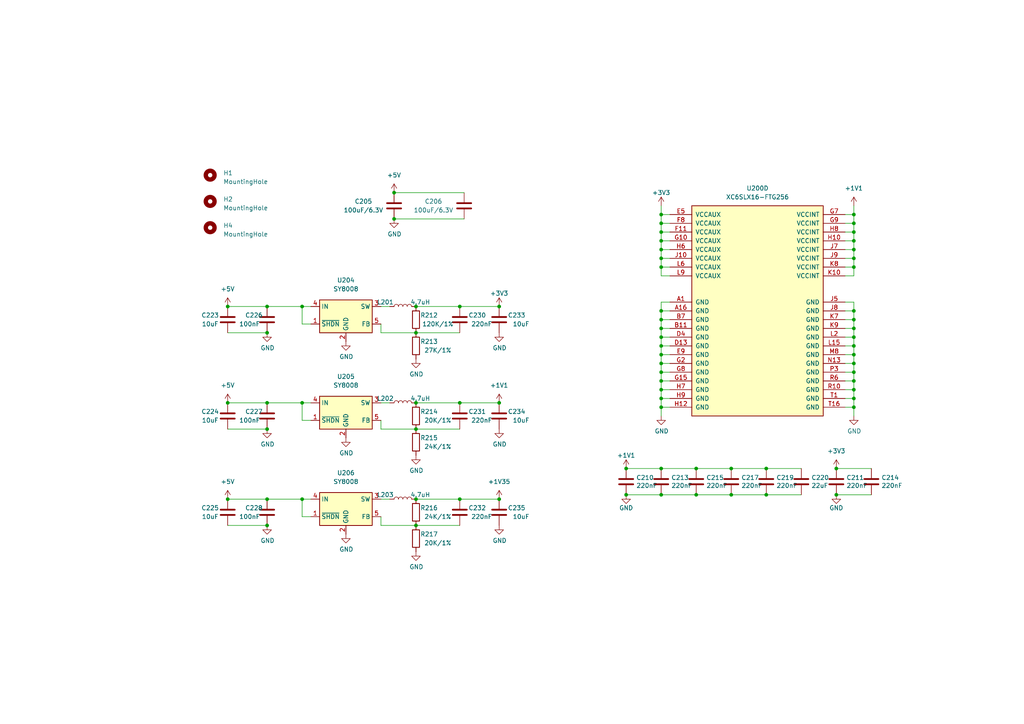
<source format=kicad_sch>
(kicad_sch (version 20230121) (generator eeschema)
  (paper "A4")
  (title_block (title "Caster EPDC") (date "2022-07-03") (rev "R0.4") (company "Copyright 2022 Modos / Engineer: Wenting Zhang"))
  (lib_symbols
    (symbol "Device:C" (pin_numbers hide) (pin_names (offset 0.254))
      (property "Reference" "C" (at 0.635 2.54 0))
      (property "Value" "C" (at 0.635 -2.54 0))
      (symbol "C_1_1"
        (pin passive line (at 0 3.81 270) (length 2.794) (name "~") (number "1"))
        (pin passive line (at 0 -3.81 90) (length 2.794) (name "~") (number "2"))
      )
    )
    (symbol "Device:L" (pin_numbers hide) (pin_names (offset 1.016) hide)
      (property "Reference" "L" (at -1.27 0 90))
      (property "Value" "L" (at 1.905 0 90))
      (symbol "L_1_1"
        (pin passive line (at 0 3.81 270) (length 1.27) (name "1") (number "1"))
        (pin passive line (at 0 -3.81 90) (length 1.27) (name "2") (number "2"))
      )
    )
    (symbol "Device:R" (pin_numbers hide) (pin_names (offset 0))
      (property "Reference" "R" (at 2.032 0 90))
      (property "Value" "R" (at 0 0 90))
      (symbol "R_1_1"
        (pin passive line (at 0 3.81 270) (length 1.27) (name "~") (number "1"))
        (pin passive line (at 0 -3.81 90) (length 1.27) (name "~") (number "2"))
      )
    )
    (symbol "FPGA_Xilinx_Spartan6:XC6SLX16-FTG256" (pin_names (offset 1.016))
      (property "Reference" "U" (at 0 1.27 0))
      (property "Value" "XC6SLX16-FTG256" (at 0 -1.27 0))
      (symbol "XC6SLX16-FTG256_1_1"
        (pin bidirectional line (at -50.8 10.16 0) (length 6.35) (name "IO_L35N_GCLK16_0") (number "A10"))
        (pin bidirectional line (at -50.8 -10.16 0) (length 6.35) (name "IO_L39N_0") (number "A11"))
        (pin bidirectional line (at -50.8 -20.32 0) (length 6.35) (name "IO_L62N_VREF_0") (number "A12"))
        (pin bidirectional line (at -50.8 -25.4 0) (length 6.35) (name "IO_L63N_SCP6_0") (number "A13"))
        (pin bidirectional line (at -50.8 -35.56 0) (length 6.35) (name "IO_L65N_SCP2_0") (number "A14"))
        (pin bidirectional line (at -50.8 55.88 0) (length 6.35) (name "IO_L1N_VREF_0") (number "A4"))
        (pin bidirectional line (at -50.8 50.8 0) (length 6.35) (name "IO_L2N_0") (number "A5"))
        (pin bidirectional line (at -50.8 40.64 0) (length 6.35) (name "IO_L4N_0") (number "A6"))
        (pin bidirectional line (at -50.8 30.48 0) (length 6.35) (name "IO_L6N_0") (number "A7"))
        (pin bidirectional line (at -50.8 20.32 0) (length 6.35) (name "IO_L33N_0") (number "A8"))
        (pin bidirectional line (at -50.8 15.24 0) (length 6.35) (name "IO_L34N_GCLK18_0") (number "A9"))
        (pin bidirectional line (at -50.8 12.7 0) (length 6.35) (name "IO_L35P_GCLK17_0") (number "B10"))
        (pin bidirectional line (at -50.8 -17.78 0) (length 6.35) (name "IO_L62P_0") (number "B12"))
        (pin power_in line (at -35.56 78.74 270) (length 6.35) (name "VCCO_0") (number "B13"))
        (pin bidirectional line (at -50.8 -33.02 0) (length 6.35) (name "IO_L65P_SCP3_0") (number "B14"))
        (pin bidirectional line (at 50.8 53.34 180) (length 6.35) (name "IO_L29P_A23_M1A13_1") (number "B15"))
        (pin bidirectional line (at 50.8 50.8 180) (length 6.35) (name "IO_L29N_A22_M1A14_1") (number "B16"))
        (pin power_in line (at -40.64 78.74 270) (length 6.35) (name "VCCO_0") (number "B4"))
        (pin bidirectional line (at -50.8 53.34 0) (length 6.35) (name "IO_L2P_0") (number "B5"))
        (pin bidirectional line (at -50.8 43.18 0) (length 6.35) (name "IO_L4P_0") (number "B6"))
        (pin bidirectional line (at -50.8 22.86 0) (length 6.35) (name "IO_L33P_0") (number "B8"))
        (pin power_in line (at -38.1 78.74 270) (length 6.35) (name "VCCO_0") (number "B9"))
        (pin bidirectional line (at -50.8 0 0) (length 6.35) (name "IO_L37N_GCLK12_0") (number "C10"))
        (pin bidirectional line (at -50.8 -7.62 0) (length 6.35) (name "IO_L39P_0") (number "C11"))
        (pin bidirectional line (at -50.8 -22.86 0) (length 6.35) (name "IO_L63P_SCP7_0") (number "C13"))
        (pin bidirectional line (at 50.8 33.02 180) (length 6.35) (name "IO_L33P_A15_M1A10_1") (number "C15"))
        (pin bidirectional line (at 50.8 30.48 180) (length 6.35) (name "IO_L33N_A14_M1A4_1") (number "C16"))
        (pin bidirectional line (at -50.8 58.42 0) (length 6.35) (name "IO_L1P_HSWAPEN_0") (number "C4"))
        (pin bidirectional line (at -50.8 45.72 0) (length 6.35) (name "IO_L3N_0") (number "C5"))
        (pin bidirectional line (at -50.8 25.4 0) (length 6.35) (name "IO_L7N_0") (number "C6"))
        (pin bidirectional line (at -50.8 33.02 0) (length 6.35) (name "IO_L6P_0") (number "C7"))
        (pin bidirectional line (at -50.8 -5.08 0) (length 6.35) (name "IO_L38N_VREF_0") (number "C8"))
        (pin bidirectional line (at -50.8 17.78 0) (length 6.35) (name "IO_L34P_GCLK19_0") (number "C9"))
        (pin power_in line (at -30.48 78.74 270) (length 6.35) (name "VCCO_0") (number "D10"))
        (pin bidirectional line (at -50.8 -38.1 0) (length 6.35) (name "IO_L66P_SCP1_0") (number "D11"))
        (pin bidirectional line (at -50.8 -40.64 0) (length 6.35) (name "IO_L66N_SCP0_0") (number "D12"))
        (pin bidirectional line (at 50.8 43.18 180) (length 6.35) (name "IO_L31P_A19_M1CKE_1") (number "D14"))
        (pin power_in line (at 27.94 78.74 270) (length 6.35) (name "VCCO_1") (number "D15"))
        (pin bidirectional line (at 50.8 40.64 180) (length 6.35) (name "IO_L31N_A18_M1A12_1") (number "D16"))
        (pin bidirectional line (at -50.8 48.26 0) (length 6.35) (name "IO_L3P_0") (number "D5"))
        (pin bidirectional line (at -50.8 27.94 0) (length 6.35) (name "IO_L7P_0") (number "D6"))
        (pin power_in line (at -33.02 78.74 270) (length 6.35) (name "VCCO_0") (number "D7"))
        (pin bidirectional line (at -50.8 -2.54 0) (length 6.35) (name "IO_L38P_0") (number "D8"))
        (pin bidirectional line (at -50.8 -15.24 0) (length 6.35) (name "IO_L40N_0") (number "D9"))
        (pin bidirectional line (at -50.8 2.54 0) (length 6.35) (name "IO_L37P_GCLK13_0") (number "E10"))
        (pin bidirectional line (at -50.8 -30.48 0) (length 6.35) (name "IO_L64N_SCP4_0") (number "E11"))
        (pin bidirectional line (at 50.8 55.88 180) (length 6.35) (name "IO_L1N_A24_VREF_1") (number "E12"))
        (pin bidirectional line (at 50.8 58.42 180) (length 6.35) (name "IO_L1P_A25_1") (number "E13"))
        (pin bidirectional line (at 50.8 27.94 180) (length 6.35) (name "IO_L34P_A13_M1WE_1") (number "E15"))
        (pin bidirectional line (at 50.8 25.4 180) (length 6.35) (name "IO_L34N_A12_M1BA2_1") (number "E16"))
        (pin bidirectional line (at -50.8 35.56 0) (length 6.35) (name "IO_L5N_0") (number "E6"))
        (pin bidirectional line (at -50.8 7.62 0) (length 6.35) (name "IO_L36P_GCLK15_0") (number "E7"))
        (pin bidirectional line (at -50.8 5.08 0) (length 6.35) (name "IO_L36N_GCLK14_0") (number "E8"))
        (pin bidirectional line (at -50.8 -27.94 0) (length 6.35) (name "IO_L64P_SCP5_0") (number "F10"))
        (pin bidirectional line (at 50.8 48.26 180) (length 6.35) (name "IO_L30P_A21_M1RESET_1") (number "F12"))
        (pin bidirectional line (at 50.8 38.1 180) (length 6.35) (name "IO_L32P_A17_M1A8_1") (number "F13"))
        (pin bidirectional line (at 50.8 35.56 180) (length 6.35) (name "IO_L32N_A16_M1A9_1") (number "F14"))
        (pin bidirectional line (at 50.8 22.86 180) (length 6.35) (name "IO_L35P_A11_M1A7_1") (number "F15"))
        (pin bidirectional line (at 50.8 20.32 180) (length 6.35) (name "IO_L35N_A10_M1A2_1") (number "F16"))
        (pin bidirectional line (at -50.8 38.1 0) (length 6.35) (name "IO_L5P_0") (number "F7"))
        (pin bidirectional line (at -50.8 -12.7 0) (length 6.35) (name "IO_L40P_0") (number "F9"))
        (pin bidirectional line (at 50.8 45.72 180) (length 6.35) (name "IO_L30N_A20_M1A11_1") (number "G11"))
        (pin bidirectional line (at 50.8 7.62 180) (length 6.35) (name "IO_L38P_A5_M1CLK_1") (number "G12"))
        (pin power_in line (at 30.48 78.74 270) (length 6.35) (name "VCCO_1") (number "G13"))
        (pin bidirectional line (at 50.8 17.78 180) (length 6.35) (name "IO_L36P_A9_M1BA0_1") (number "G14"))
        (pin bidirectional line (at 50.8 15.24 180) (length 6.35) (name "IO_L36N_A8_M1BA1_1") (number "G16"))
        (pin bidirectional line (at 50.8 5.08 180) (length 6.35) (name "IO_L38N_A4_M1CLKN_1") (number "H11"))
        (pin bidirectional line (at 50.8 2.54 180) (length 6.35) (name "IO_L39P_M1A3_1") (number "H13"))
        (pin bidirectional line (at 50.8 0 180) (length 6.35) (name "IO_L39N_M1ODT_1") (number "H14"))
        (pin bidirectional line (at 50.8 12.7 180) (length 6.35) (name "IO_L37P_A7_M1A0_1") (number "H15"))
        (pin bidirectional line (at 50.8 10.16 180) (length 6.35) (name "IO_L37N_A6_M1A1_1") (number "H16"))
        (pin bidirectional line (at 50.8 -2.54 180) (length 6.35) (name "IO_L40P_GCLK11_M1A5_1") (number "J11"))
        (pin bidirectional line (at 50.8 -5.08 180) (length 6.35) (name "IO_L40N_GCLK10_M1A6_1") (number "J12"))
        (pin bidirectional line (at 50.8 -7.62 180) (length 6.35) (name "IO_L41P_GCLK9_IRDY1_M1RASN_1") (number "J13"))
        (pin bidirectional line (at 50.8 -17.78 180) (length 6.35) (name "IO_L43P_GCLK5_M1DQ4_1") (number "J14"))
        (pin power_in line (at 33.02 78.74 270) (length 6.35) (name "VCCO_1") (number "J15"))
        (pin bidirectional line (at 50.8 -20.32 180) (length 6.35) (name "IO_L43N_GCLK4_M1DQ5_1") (number "J16"))
        (pin bidirectional line (at 50.8 -15.24 180) (length 6.35) (name "IO_L42N_GCLK6_TRDY1_M1LDM_1") (number "K11"))
        (pin bidirectional line (at 50.8 -12.7 180) (length 6.35) (name "IO_L42P_GCLK7_M1UDM_1") (number "K12"))
        (pin power_in line (at 35.56 78.74 270) (length 6.35) (name "VCCO_1") (number "K13"))
        (pin bidirectional line (at 50.8 -10.16 180) (length 6.35) (name "IO_L41N_GCLK8_M1CASN_1") (number "K14"))
        (pin bidirectional line (at 50.8 -22.86 180) (length 6.35) (name "IO_L44P_A3_M1DQ6_1") (number "K15"))
        (pin bidirectional line (at 50.8 -25.4 180) (length 6.35) (name "IO_L44N_A2_M1DQ7_1") (number "K16"))
        (pin bidirectional line (at 50.8 -68.58 180) (length 6.35) (name "IO_L53P_1") (number "L12"))
        (pin bidirectional line (at 50.8 -71.12 180) (length 6.35) (name "IO_L53N_VREF_1") (number "L13"))
        (pin bidirectional line (at 50.8 -38.1 180) (length 6.35) (name "IO_L47P_FWE_B_M1DQ0_1") (number "L14"))
        (pin bidirectional line (at 50.8 -40.64 180) (length 6.35) (name "IO_L47N_LDC_M1DQ1_1") (number "L16"))
        (pin bidirectional line (at 50.8 -73.66 180) (length 6.35) (name "IO_L74P_AWAKE_1") (number "M13"))
        (pin bidirectional line (at 50.8 -76.2 180) (length 6.35) (name "IO_L74N_DOUT_BUSY_1") (number "M14"))
        (pin bidirectional line (at 50.8 -33.02 180) (length 6.35) (name "IO_L46P_FCS_B_M1DQ2_1") (number "M15"))
        (pin bidirectional line (at 50.8 -35.56 180) (length 6.35) (name "IO_L46N_FOE_B_M1DQ3_1") (number "M16"))
        (pin bidirectional line (at 50.8 -27.94 180) (length 6.35) (name "IO_L45P_A1_M1LDQS_1") (number "N14"))
        (pin power_in line (at 38.1 78.74 270) (length 6.35) (name "VCCO_1") (number "N15"))
        (pin bidirectional line (at 50.8 -30.48 180) (length 6.35) (name "IO_L45N_A0_M1LDQSN_1") (number "N16"))
        (pin bidirectional line (at 50.8 -43.18 180) (length 6.35) (name "IO_L48P_HDC_M1DQ8_1") (number "P15"))
        (pin bidirectional line (at 50.8 -45.72 180) (length 6.35) (name "IO_L48N_M1DQ9_1") (number "P16"))
        (pin bidirectional line (at 50.8 -63.5 180) (length 6.35) (name "IO_L52P_M1DQ14_1") (number "R12"))
        (pin power_in line (at 40.64 78.74 270) (length 6.35) (name "VCCO_1") (number "R13"))
        (pin bidirectional line (at 50.8 -53.34 180) (length 6.35) (name "IO_L50P_M1UDQS_1") (number "R14"))
        (pin bidirectional line (at 50.8 -48.26 180) (length 6.35) (name "IO_L49P_M1DQ10_1") (number "R15"))
        (pin bidirectional line (at 50.8 -50.8 180) (length 6.35) (name "IO_L49N_M1DQ11_1") (number "R16"))
        (pin bidirectional line (at 50.8 -66.04 180) (length 6.35) (name "IO_L52N_M1DQ15_1") (number "T12"))
        (pin bidirectional line (at 50.8 -60.96 180) (length 6.35) (name "IO_L51N_M1DQ13_1") (number "T13"))
        (pin bidirectional line (at 50.8 -58.42 180) (length 6.35) (name "IO_L51P_M1DQ12_1") (number "T14"))
        (pin bidirectional line (at 50.8 -55.88 180) (length 6.35) (name "IO_L50N_M1UDQSN_1") (number "T15"))
      )
      (symbol "XC6SLX16-FTG256_2_1"
        (pin bidirectional line (at 50.8 -55.88 180) (length 6.35) (name "IO_L52N_M3A9_3") (number "A2"))
        (pin bidirectional line (at 50.8 -76.2 180) (length 6.35) (name "IO_L83N_VREF_3") (number "A3"))
        (pin bidirectional line (at 50.8 -45.72 180) (length 6.35) (name "IO_L50N_M3BA2_3") (number "B1"))
        (pin bidirectional line (at 50.8 -53.34 180) (length 6.35) (name "IO_L52P_M3A8_3") (number "B2"))
        (pin bidirectional line (at 50.8 -73.66 180) (length 6.35) (name "IO_L83P_3") (number "B3"))
        (pin bidirectional line (at 50.8 -43.18 180) (length 6.35) (name "IO_L50P_M3WE_3") (number "C1"))
        (pin bidirectional line (at 50.8 -35.56 180) (length 6.35) (name "IO_L48N_M3BA1_3") (number "C2"))
        (pin bidirectional line (at 50.8 -33.02 180) (length 6.35) (name "IO_L48P_M3BA0_3") (number "C3"))
        (pin bidirectional line (at 50.8 -40.64 180) (length 6.35) (name "IO_L49N_M3A2_3") (number "D1"))
        (pin power_in line (at 30.48 78.74 270) (length 6.35) (name "VCCO_3") (number "D2"))
        (pin bidirectional line (at 50.8 -38.1 180) (length 6.35) (name "IO_L49P_M3A7_3") (number "D3"))
        (pin bidirectional line (at 50.8 -25.4 180) (length 6.35) (name "IO_L46N_M3CLKN_3") (number "E1"))
        (pin bidirectional line (at 50.8 -22.86 180) (length 6.35) (name "IO_L46P_M3CLK_3") (number "E2"))
        (pin bidirectional line (at 50.8 -66.04 180) (length 6.35) (name "IO_L54N_M3A11_3") (number "E3"))
        (pin bidirectional line (at 50.8 -63.5 180) (length 6.35) (name "IO_L54P_M3RESET_3") (number "E4"))
        (pin bidirectional line (at 50.8 0 180) (length 6.35) (name "IO_L41N_GCLK26_M3DQ5_3") (number "F1"))
        (pin bidirectional line (at 50.8 2.54 180) (length 6.35) (name "IO_L41P_GCLK27_M3DQ4_3") (number "F2"))
        (pin bidirectional line (at 50.8 -60.96 180) (length 6.35) (name "IO_L53N_M3A12_3") (number "F3"))
        (pin bidirectional line (at 50.8 -58.42 180) (length 6.35) (name "IO_L53P_M3CKE_3") (number "F4"))
        (pin bidirectional line (at 50.8 -71.12 180) (length 6.35) (name "IO_L55N_M3A14_3") (number "F5"))
        (pin bidirectional line (at 50.8 -68.58 180) (length 6.35) (name "IO_L55P_M3A13_3") (number "F6"))
        (pin bidirectional line (at 50.8 5.08 180) (length 6.35) (name "IO_L40N_M3DQ7_3") (number "G1"))
        (pin bidirectional line (at 50.8 7.62 180) (length 6.35) (name "IO_L40P_M3DQ6_3") (number "G3"))
        (pin power_in line (at 33.02 78.74 270) (length 6.35) (name "VCCO_3") (number "G4"))
        (pin bidirectional line (at 50.8 -50.8 180) (length 6.35) (name "IO_L51N_M3A4_3") (number "G5"))
        (pin bidirectional line (at 50.8 -48.26 180) (length 6.35) (name "IO_L51P_M3A10_3") (number "G6"))
        (pin bidirectional line (at 50.8 10.16 180) (length 6.35) (name "IO_L39N_M3LDQSN_3") (number "H1"))
        (pin bidirectional line (at 50.8 12.7 180) (length 6.35) (name "IO_L39P_M3LDQS_3") (number "H2"))
        (pin bidirectional line (at 50.8 -15.24 180) (length 6.35) (name "IO_L44N_GCLK20_M3A6_3") (number "H3"))
        (pin bidirectional line (at 50.8 -12.7 180) (length 6.35) (name "IO_L44P_GCLK21_M3A5_3") (number "H4"))
        (pin bidirectional line (at 50.8 -10.16 180) (length 6.35) (name "IO_L43N_GCLK22_IRDY2_M3CASN_3") (number "H5"))
        (pin bidirectional line (at 50.8 15.24 180) (length 6.35) (name "IO_L38N_M3DQ3_3") (number "J1"))
        (pin power_in line (at 35.56 78.74 270) (length 6.35) (name "VCCO_3") (number "J2"))
        (pin bidirectional line (at 50.8 17.78 180) (length 6.35) (name "IO_L38P_M3DQ2_3") (number "J3"))
        (pin bidirectional line (at 50.8 -5.08 180) (length 6.35) (name "IO_L42N_GCLK24_M3LDM_3") (number "J4"))
        (pin bidirectional line (at 50.8 -7.62 180) (length 6.35) (name "IO_L43P_GCLK23_M3RASN_3") (number "J6"))
        (pin bidirectional line (at 50.8 20.32 180) (length 6.35) (name "IO_L37N_M3DQ1_3") (number "K1"))
        (pin bidirectional line (at 50.8 22.86 180) (length 6.35) (name "IO_L37P_M3DQ0_3") (number "K2"))
        (pin bidirectional line (at 50.8 -2.54 180) (length 6.35) (name "IO_L42P_GCLK25_TRDY2_M3UDM_3") (number "K3"))
        (pin power_in line (at 38.1 78.74 270) (length 6.35) (name "VCCO_3") (number "K4"))
        (pin bidirectional line (at 50.8 -27.94 180) (length 6.35) (name "IO_L47P_M3A0_3") (number "K5"))
        (pin bidirectional line (at 50.8 -30.48 180) (length 6.35) (name "IO_L47N_M3A1_3") (number "K6"))
        (pin bidirectional line (at 50.8 25.4 180) (length 6.35) (name "IO_L36N_M3DQ9_3") (number "L1"))
        (pin bidirectional line (at -50.8 27.94 0) (length 6.35) (name "IO_L16P_2") (number "L10"))
        (pin bidirectional line (at 50.8 27.94 180) (length 6.35) (name "IO_L36P_M3DQ8_3") (number "L3"))
        (pin bidirectional line (at 50.8 -17.78 180) (length 6.35) (name "IO_L45P_M3A3_3") (number "L4"))
        (pin bidirectional line (at 50.8 -20.32 180) (length 6.35) (name "IO_L45N_M3ODT_3") (number "L5"))
        (pin bidirectional line (at -50.8 -20.32 0) (length 6.35) (name "IO_L62N_D6_2") (number "L7"))
        (pin bidirectional line (at -50.8 -17.78 0) (length 6.35) (name "IO_L62P_D5_2") (number "L8"))
        (pin bidirectional line (at 50.8 30.48 180) (length 6.35) (name "IO_L35N_M3DQ11_3") (number "M1"))
        (pin bidirectional line (at -50.8 25.4 0) (length 6.35) (name "IO_L16N_VREF_2") (number "M10"))
        (pin bidirectional line (at -50.8 50.8 0) (length 6.35) (name "IO_L2N_CMPMOSI_2") (number "M11"))
        (pin bidirectional line (at -50.8 53.34 0) (length 6.35) (name "IO_L2P_CMPCLK_2") (number "M12"))
        (pin bidirectional line (at 50.8 33.02 180) (length 6.35) (name "IO_L35P_M3DQ10_3") (number "M2"))
        (pin bidirectional line (at 50.8 55.88 180) (length 6.35) (name "IO_L1N_VREF_3") (number "M3"))
        (pin bidirectional line (at 50.8 58.42 180) (length 6.35) (name "IO_L1P_3") (number "M4"))
        (pin bidirectional line (at 50.8 53.34 180) (length 6.35) (name "IO_L2P_3") (number "M5"))
        (pin bidirectional line (at -50.8 -27.94 0) (length 6.35) (name "IO_L64P_D8_2") (number "M6"))
        (pin bidirectional line (at -50.8 5.08 0) (length 6.35) (name "IO_L31N_GCLK30_D15_2") (number "M7"))
        (pin bidirectional line (at -50.8 17.78 0) (length 6.35) (name "IO_L29P_GCLK3_2") (number "M9"))
        (pin bidirectional line (at 50.8 35.56 180) (length 6.35) (name "IO_L34N_M3UDQSN_3") (number "N1"))
        (pin power_in line (at -38.1 78.74 270) (length 6.35) (name "VCCO_2") (number "N10"))
        (pin bidirectional line (at -50.8 38.1 0) (length 6.35) (name "IO_L13P_M1_2") (number "N11"))
        (pin bidirectional line (at -50.8 43.18 0) (length 6.35) (name "IO_L12P_D1_MISO2_2") (number "N12"))
        (pin power_in line (at 40.64 78.74 270) (length 6.35) (name "VCCO_3") (number "N2"))
        (pin bidirectional line (at 50.8 38.1 180) (length 6.35) (name "IO_L34P_M3UDQS_3") (number "N3"))
        (pin bidirectional line (at 50.8 50.8 180) (length 6.35) (name "IO_L2N_3") (number "N4"))
        (pin bidirectional line (at -50.8 -12.7 0) (length 6.35) (name "IO_L49P_D3_2") (number "N5"))
        (pin bidirectional line (at -50.8 -30.48 0) (length 6.35) (name "IO_L64N_D9_2") (number "N6"))
        (pin power_in line (at -40.64 78.74 270) (length 6.35) (name "VCCO_2") (number "N7"))
        (pin bidirectional line (at -50.8 15.24 0) (length 6.35) (name "IO_L29N_GCLK2_2") (number "N8"))
        (pin bidirectional line (at -50.8 33.02 0) (length 6.35) (name "IO_L14P_D11_2") (number "N9"))
        (pin bidirectional line (at 50.8 40.64 180) (length 6.35) (name "IO_L33N_M3DQ13_3") (number "P1"))
        (pin bidirectional line (at -50.8 48.26 0) (length 6.35) (name "IO_L3P_D0_DIN_MISO_MISO1_2") (number "P10"))
        (pin bidirectional line (at -50.8 35.56 0) (length 6.35) (name "IO_L13N_D10_2") (number "P11"))
        (pin bidirectional line (at -50.8 40.64 0) (length 6.35) (name "IO_L12N_D2_MISO3_2") (number "P12"))
        (pin bidirectional line (at 50.8 43.18 180) (length 6.35) (name "IO_L33P_M3DQ12_3") (number "P2"))
        (pin bidirectional line (at -50.8 -22.86 0) (length 6.35) (name "IO_L63P_2") (number "P4"))
        (pin bidirectional line (at -50.8 -15.24 0) (length 6.35) (name "IO_L49N_D4_2") (number "P5"))
        (pin bidirectional line (at -50.8 -2.54 0) (length 6.35) (name "IO_L47P_2") (number "P6"))
        (pin bidirectional line (at -50.8 7.62 0) (length 6.35) (name "IO_L31P_GCLK31_D14_2") (number "P7"))
        (pin bidirectional line (at -50.8 12.7 0) (length 6.35) (name "IO_L30P_GCLK1_D13_2") (number "P8"))
        (pin bidirectional line (at -50.8 30.48 0) (length 6.35) (name "IO_L14N_D12_2") (number "P9"))
        (pin bidirectional line (at 50.8 45.72 180) (length 6.35) (name "IO_L32N_M3DQ15_3") (number "R1"))
        (pin bidirectional line (at -50.8 58.42 0) (length 6.35) (name "IO_L1P_CCLK_2") (number "R11"))
        (pin bidirectional line (at 50.8 48.26 180) (length 6.35) (name "IO_L32P_M3DQ14_3") (number "R2"))
        (pin bidirectional line (at -50.8 -33.02 0) (length 6.35) (name "IO_L65P_INIT_B_2") (number "R3"))
        (pin power_in line (at -35.56 78.74 270) (length 6.35) (name "VCCO_2") (number "R4"))
        (pin bidirectional line (at -50.8 -7.62 0) (length 6.35) (name "IO_L48P_D7_2") (number "R5"))
        (pin bidirectional line (at -50.8 2.54 0) (length 6.35) (name "IO_L32P_GCLK29_2") (number "R7"))
        (pin power_in line (at -33.02 78.74 270) (length 6.35) (name "VCCO_2") (number "R8"))
        (pin bidirectional line (at -50.8 22.86 0) (length 6.35) (name "IO_L23P_2") (number "R9"))
        (pin bidirectional line (at -50.8 45.72 0) (length 6.35) (name "IO_L3N_MOSI_CSI_B_MISO0_2") (number "T10"))
        (pin bidirectional line (at -50.8 55.88 0) (length 6.35) (name "IO_L1N_M0_CMPMISO_2") (number "T11"))
        (pin bidirectional line (at -50.8 -35.56 0) (length 6.35) (name "IO_L65N_CSO_B_2") (number "T3"))
        (pin bidirectional line (at -50.8 -25.4 0) (length 6.35) (name "IO_L63N_2") (number "T4"))
        (pin bidirectional line (at -50.8 -10.16 0) (length 6.35) (name "IO_L48N_RDWR_B_VREF_2") (number "T5"))
        (pin bidirectional line (at -50.8 -5.08 0) (length 6.35) (name "IO_L47N_2") (number "T6"))
        (pin bidirectional line (at -50.8 0 0) (length 6.35) (name "IO_L32N_GCLK28_2") (number "T7"))
        (pin bidirectional line (at -50.8 10.16 0) (length 6.35) (name "IO_L30N_GCLK0_USERCCLK_2") (number "T8"))
        (pin bidirectional line (at -50.8 20.32 0) (length 6.35) (name "IO_L23N_2") (number "T9"))
      )
      (symbol "XC6SLX16-FTG256_3_1"
        (pin bidirectional line (at 38.1 7.62 180) (length 6.35) (name "TMS") (number "A15"))
        (pin bidirectional line (at 38.1 12.7 180) (length 6.35) (name "TDI") (number "C12"))
        (pin bidirectional line (at 38.1 5.08 180) (length 6.35) (name "TCK") (number "C14"))
        (pin bidirectional line (at 38.1 10.16 180) (length 6.35) (name "TDO") (number "E14"))
        (pin bidirectional line (at 38.1 -12.7 180) (length 6.35) (name "CMPCS_B_2") (number "L11"))
        (pin bidirectional line (at 38.1 0 180) (length 6.35) (name "DONE_2") (number "P13"))
        (pin bidirectional line (at 38.1 -7.62 180) (length 6.35) (name "SUSPEND") (number "P14"))
        (pin bidirectional line (at 38.1 -2.54 180) (length 6.35) (name "PROGRAM_B_2") (number "T2"))
      )
      (symbol "XC6SLX16-FTG256_4_1"
        (pin power_in line (at -25.4 2.54 0) (length 6.35) (name "GND") (number "A1"))
        (pin power_in line (at -25.4 0 0) (length 6.35) (name "GND") (number "A16"))
        (pin power_in line (at -25.4 -5.08 0) (length 6.35) (name "GND") (number "B11"))
        (pin power_in line (at -25.4 -2.54 0) (length 6.35) (name "GND") (number "B7"))
        (pin power_in line (at -25.4 -10.16 0) (length 6.35) (name "GND") (number "D13"))
        (pin power_in line (at -25.4 -7.62 0) (length 6.35) (name "GND") (number "D4"))
        (pin power_in line (at -25.4 27.94 0) (length 6.35) (name "VCCAUX") (number "E5"))
        (pin power_in line (at -25.4 -12.7 0) (length 6.35) (name "GND") (number "E9"))
        (pin power_in line (at -25.4 22.86 0) (length 6.35) (name "VCCAUX") (number "F11"))
        (pin power_in line (at -25.4 25.4 0) (length 6.35) (name "VCCAUX") (number "F8"))
        (pin power_in line (at -25.4 20.32 0) (length 6.35) (name "VCCAUX") (number "G10"))
        (pin power_in line (at -25.4 -20.32 0) (length 6.35) (name "GND") (number "G15"))
        (pin power_in line (at -25.4 -15.24 0) (length 6.35) (name "GND") (number "G2"))
        (pin power_in line (at 25.4 27.94 180) (length 6.35) (name "VCCINT") (number "G7"))
        (pin power_in line (at -25.4 -17.78 0) (length 6.35) (name "GND") (number "G8"))
        (pin power_in line (at 25.4 25.4 180) (length 6.35) (name "VCCINT") (number "G9"))
        (pin power_in line (at 25.4 20.32 180) (length 6.35) (name "VCCINT") (number "H10"))
        (pin power_in line (at -25.4 -27.94 0) (length 6.35) (name "GND") (number "H12"))
        (pin power_in line (at -25.4 17.78 0) (length 6.35) (name "VCCAUX") (number "H6"))
        (pin power_in line (at -25.4 -22.86 0) (length 6.35) (name "GND") (number "H7"))
        (pin power_in line (at 25.4 22.86 180) (length 6.35) (name "VCCINT") (number "H8"))
        (pin power_in line (at -25.4 -25.4 0) (length 6.35) (name "GND") (number "H9"))
        (pin power_in line (at -25.4 15.24 0) (length 6.35) (name "VCCAUX") (number "J10"))
        (pin power_in line (at 25.4 2.54 180) (length 6.35) (name "GND") (number "J5"))
        (pin power_in line (at 25.4 17.78 180) (length 6.35) (name "VCCINT") (number "J7"))
        (pin power_in line (at 25.4 0 180) (length 6.35) (name "GND") (number "J8"))
        (pin power_in line (at 25.4 15.24 180) (length 6.35) (name "VCCINT") (number "J9"))
        (pin power_in line (at 25.4 10.16 180) (length 6.35) (name "VCCINT") (number "K10"))
        (pin power_in line (at 25.4 -2.54 180) (length 6.35) (name "GND") (number "K7"))
        (pin power_in line (at 25.4 12.7 180) (length 6.35) (name "VCCINT") (number "K8"))
        (pin power_in line (at 25.4 -5.08 180) (length 6.35) (name "GND") (number "K9"))
        (pin power_in line (at 25.4 -10.16 180) (length 6.35) (name "GND") (number "L15"))
        (pin power_in line (at 25.4 -7.62 180) (length 6.35) (name "GND") (number "L2"))
        (pin power_in line (at -25.4 12.7 0) (length 6.35) (name "VCCAUX") (number "L6"))
        (pin power_in line (at -25.4 10.16 0) (length 6.35) (name "VCCAUX") (number "L9"))
        (pin power_in line (at 25.4 -12.7 180) (length 6.35) (name "GND") (number "M8"))
        (pin power_in line (at 25.4 -15.24 180) (length 6.35) (name "GND") (number "N13"))
        (pin power_in line (at 25.4 -17.78 180) (length 6.35) (name "GND") (number "P3"))
        (pin power_in line (at 25.4 -22.86 180) (length 6.35) (name "GND") (number "R10"))
        (pin power_in line (at 25.4 -20.32 180) (length 6.35) (name "GND") (number "R6"))
        (pin power_in line (at 25.4 -25.4 180) (length 6.35) (name "GND") (number "T1"))
        (pin power_in line (at 25.4 -27.94 180) (length 6.35) (name "GND") (number "T16"))
      )
    )
    (symbol "Mechanical:MountingHole" (pin_names (offset 1.016))
      (property "Reference" "H" (at 0 5.08 0))
      (property "Value" "MountingHole" (at 0 3.175 0))
    )
    (symbol "power:+1V1" (power) (pin_names (offset 0))
      (property "Value" "+1V1" (at 0 3.556 0))
      (symbol "+1V1_1_1"
        (pin power_in line (at 0 0 90) (length 0) hide (name "+1V1") (number "1"))
      )
    )
    (symbol "power:+1V35" (power) (pin_names (offset 0))
      (property "Value" "+1V35" (at 0 3.556 0))
      (symbol "+1V35_1_1"
        (pin power_in line (at 0 0 90) (length 0) hide (name "+1V35") (number "1"))
      )
    )
    (symbol "power:+3V3" (power) (pin_names (offset 0))
      (property "Value" "+3V3" (at 0 3.556 0))
      (symbol "+3V3_1_1"
        (pin power_in line (at 0 0 90) (length 0) hide (name "+3V3") (number "1"))
      )
    )
    (symbol "power:+5V" (power) (pin_names (offset 0))
      (property "Value" "+5V" (at 0 3.556 0))
      (symbol "+5V_1_1"
        (pin power_in line (at 0 0 90) (length 0) hide (name "+5V") (number "1"))
      )
    )
    (symbol "power:GND" (power) (pin_names (offset 0))
      (property "Value" "GND" (at 0 -3.81 0))
      (symbol "GND_1_1"
        (pin power_in line (at 0 0 270) (length 0) hide (name "GND") (number "1"))
      )
    )
    (symbol "symbols:SY8008"
      (property "Reference" "U" (at -7.62 5.715 0))
      (property "Value" "SY8008" (at 0 5.715 0))
      (symbol "SY8008_1_1"
        (pin input line (at -10.16 -2.54 0) (length 2.54) (name "~{SHDN}") (number "1"))
        (pin power_in line (at 0 -7.62 90) (length 2.54) (name "GND") (number "2"))
        (pin passive line (at 10.16 2.54 180) (length 2.54) (name "SW") (number "3"))
        (pin power_in line (at -10.16 2.54 0) (length 2.54) (name "IN") (number "4"))
        (pin input line (at 10.16 -2.54 180) (length 2.54) (name "FB") (number "5"))
      )
    )
  )
  (junction (at 133.35 116.84))
  (junction (at 66.04 116.84))
  (junction (at 114.3 55.88))
  (junction (at 181.61 135.89))
  (junction (at 247.65 77.47))
  (junction (at 77.47 96.52) (diameter 0.9144))
  (junction (at 247.65 74.93))
  (junction (at 201.93 135.89) (diameter 0.9144))
  (junction (at 120.65 96.52))
  (junction (at 247.65 100.33))
  (junction (at 191.77 90.17))
  (junction (at 120.65 116.84))
  (junction (at 191.77 69.85))
  (junction (at 77.47 116.84) (diameter 0.9144))
  (junction (at 191.77 113.03))
  (junction (at 247.65 118.11))
  (junction (at 191.77 100.33))
  (junction (at 87.63 88.9))
  (junction (at 87.63 116.84))
  (junction (at 247.65 102.87))
  (junction (at 191.77 77.47))
  (junction (at 191.77 110.49))
  (junction (at 191.77 102.87))
  (junction (at 66.04 88.9))
  (junction (at 212.09 143.51) (diameter 0.9144))
  (junction (at 144.78 144.78))
  (junction (at 247.65 95.25))
  (junction (at 247.65 67.31))
  (junction (at 247.65 115.57))
  (junction (at 77.47 144.78) (diameter 0.9144))
  (junction (at 191.77 62.23))
  (junction (at 222.25 135.89))
  (junction (at 222.25 143.51))
  (junction (at 191.77 72.39))
  (junction (at 247.65 97.79))
  (junction (at 120.65 144.78))
  (junction (at 247.65 92.71))
  (junction (at 201.93 143.51) (diameter 0.9144))
  (junction (at 77.47 88.9) (diameter 0.9144))
  (junction (at 247.65 107.95))
  (junction (at 247.65 90.17))
  (junction (at 191.77 105.41))
  (junction (at 191.77 67.31))
  (junction (at 247.65 72.39))
  (junction (at 144.78 116.84))
  (junction (at 242.57 135.89))
  (junction (at 77.47 152.4) (diameter 0.9144))
  (junction (at 66.04 144.78))
  (junction (at 191.77 64.77))
  (junction (at 191.77 118.11))
  (junction (at 247.65 110.49))
  (junction (at 191.77 107.95))
  (junction (at 87.63 144.78))
  (junction (at 247.65 113.03))
  (junction (at 133.35 144.78))
  (junction (at 191.77 115.57))
  (junction (at 77.47 124.46) (diameter 0.9144))
  (junction (at 120.65 124.46))
  (junction (at 114.3 63.5))
  (junction (at 191.77 74.93))
  (junction (at 242.57 143.51))
  (junction (at 144.78 88.9))
  (junction (at 120.65 88.9))
  (junction (at 191.77 95.25))
  (junction (at 212.09 135.89) (diameter 0.9144))
  (junction (at 191.77 143.51) (diameter 0.9144))
  (junction (at 247.65 105.41))
  (junction (at 181.61 143.51) (diameter 0.9144))
  (junction (at 120.65 152.4))
  (junction (at 247.65 69.85))
  (junction (at 191.77 97.79))
  (junction (at 247.65 64.77))
  (junction (at 133.35 88.9))
  (junction (at 247.65 62.23))
  (junction (at 191.77 135.89) (diameter 0.9144))
  (junction (at 191.77 92.71))
  (wire (pts (xy 110.49 96.52) (xy 110.49 93.98)))
  (wire (pts (xy 191.77 110.49) (xy 194.31 110.49)))
  (wire (pts (xy 120.65 96.52) (xy 133.35 96.52)))
  (wire (pts (xy 120.65 96.52) (xy 110.49 96.52)))
  (wire (pts (xy 191.77 62.23) (xy 194.31 62.23)))
  (wire (pts (xy 245.11 87.63) (xy 247.65 87.63)))
  (wire (pts (xy 247.65 110.49) (xy 247.65 113.03)))
  (wire (pts (xy 87.63 149.86) (xy 87.63 144.78)))
  (wire (pts (xy 90.17 149.86) (xy 87.63 149.86)))
  (wire (pts (xy 191.77 90.17) (xy 194.31 90.17)))
  (wire (pts (xy 247.65 90.17) (xy 245.11 90.17)))
  (wire (pts (xy 66.04 124.46) (xy 77.47 124.46)))
  (wire (pts (xy 247.65 67.31) (xy 247.65 69.85)))
  (wire (pts (xy 212.09 143.51) (xy 222.25 143.51)))
  (wire (pts (xy 247.65 67.31) (xy 245.11 67.31)))
  (wire (pts (xy 120.65 144.78) (xy 133.35 144.78)))
  (wire (pts (xy 120.65 124.46) (xy 110.49 124.46)))
  (wire (pts (xy 247.65 107.95) (xy 245.11 107.95)))
  (wire (pts (xy 87.63 116.84) (xy 90.17 116.84)))
  (wire (pts (xy 77.47 116.84) (xy 87.63 116.84)))
  (wire (pts (xy 247.65 115.57) (xy 247.65 118.11)))
  (wire (pts (xy 110.49 124.46) (xy 110.49 121.92)))
  (wire (pts (xy 113.03 144.78) (xy 110.49 144.78)))
  (wire (pts (xy 191.77 67.31) (xy 194.31 67.31)))
  (wire (pts (xy 191.77 115.57) (xy 194.31 115.57)))
  (wire (pts (xy 77.47 144.78) (xy 87.63 144.78)))
  (wire (pts (xy 87.63 144.78) (xy 90.17 144.78)))
  (wire (pts (xy 201.93 143.51) (xy 191.77 143.51)))
  (wire (pts (xy 191.77 92.71) (xy 194.31 92.71)))
  (wire (pts (xy 247.65 62.23) (xy 245.11 62.23)))
  (wire (pts (xy 247.65 118.11) (xy 247.65 120.65)))
  (wire (pts (xy 201.93 135.89) (xy 191.77 135.89)))
  (wire (pts (xy 247.65 115.57) (xy 245.11 115.57)))
  (wire (pts (xy 133.35 144.78) (xy 144.78 144.78)))
  (wire (pts (xy 120.65 88.9) (xy 133.35 88.9)))
  (wire (pts (xy 191.77 72.39) (xy 194.31 72.39)))
  (wire (pts (xy 247.65 95.25) (xy 247.65 97.79)))
  (wire (pts (xy 247.65 64.77) (xy 245.11 64.77)))
  (wire (pts (xy 110.49 152.4) (xy 110.49 149.86)))
  (wire (pts (xy 113.03 88.9) (xy 110.49 88.9)))
  (wire (pts (xy 247.65 59.69) (xy 247.65 62.23)))
  (wire (pts (xy 247.65 80.01) (xy 245.11 80.01)))
  (wire (pts (xy 191.77 118.11) (xy 194.31 118.11)))
  (wire (pts (xy 120.65 152.4) (xy 110.49 152.4)))
  (wire (pts (xy 247.65 113.03) (xy 245.11 113.03)))
  (wire (pts (xy 247.65 77.47) (xy 247.65 80.01)))
  (wire (pts (xy 191.77 95.25) (xy 194.31 95.25)))
  (wire (pts (xy 191.77 105.41) (xy 194.31 105.41)))
  (wire (pts (xy 247.65 64.77) (xy 247.65 67.31)))
  (wire (pts (xy 247.65 90.17) (xy 247.65 92.71)))
  (wire (pts (xy 247.65 92.71) (xy 247.65 95.25)))
  (wire (pts (xy 66.04 144.78) (xy 77.47 144.78)))
  (wire (pts (xy 247.65 118.11) (xy 245.11 118.11)))
  (wire (pts (xy 222.25 135.89) (xy 232.41 135.89)))
  (wire (pts (xy 90.17 93.98) (xy 87.63 93.98)))
  (wire (pts (xy 87.63 88.9) (xy 87.63 93.98)))
  (wire (pts (xy 133.35 88.9) (xy 144.78 88.9)))
  (wire (pts (xy 191.77 107.95) (xy 194.31 107.95)))
  (wire (pts (xy 120.65 124.46) (xy 133.35 124.46)))
  (wire (pts (xy 247.65 92.71) (xy 245.11 92.71)))
  (wire (pts (xy 120.65 116.84) (xy 133.35 116.84)))
  (wire (pts (xy 247.65 107.95) (xy 247.65 110.49)))
  (wire (pts (xy 252.73 143.51) (xy 242.57 143.51)))
  (wire (pts (xy 191.77 64.77) (xy 194.31 64.77)))
  (wire (pts (xy 247.65 100.33) (xy 247.65 102.87)))
  (wire (pts (xy 114.3 55.88) (xy 134.62 55.88)))
  (wire (pts (xy 247.65 100.33) (xy 245.11 100.33)))
  (wire (pts (xy 247.65 72.39) (xy 245.11 72.39)))
  (wire (pts (xy 87.63 88.9) (xy 90.17 88.9)))
  (wire (pts (xy 77.47 88.9) (xy 87.63 88.9)))
  (wire (pts (xy 247.65 69.85) (xy 245.11 69.85)))
  (wire (pts (xy 247.65 105.41) (xy 247.65 107.95)))
  (wire (pts (xy 114.3 63.5) (xy 134.62 63.5)))
  (wire (pts (xy 247.65 62.23) (xy 247.65 64.77)))
  (wire (pts (xy 191.77 69.85) (xy 194.31 69.85)))
  (wire (pts (xy 247.65 97.79) (xy 245.11 97.79)))
  (wire (pts (xy 191.77 74.93) (xy 194.31 74.93)))
  (wire (pts (xy 247.65 102.87) (xy 247.65 105.41)))
  (wire (pts (xy 247.65 87.63) (xy 247.65 90.17)))
  (wire (pts (xy 247.65 74.93) (xy 247.65 77.47)))
  (wire (pts (xy 247.65 77.47) (xy 245.11 77.47)))
  (wire (pts (xy 222.25 143.51) (xy 232.41 143.51)))
  (wire (pts (xy 247.65 102.87) (xy 245.11 102.87)))
  (wire (pts (xy 191.77 77.47) (xy 194.31 77.47)))
  (wire (pts (xy 191.77 59.69) (xy 191.77 62.23)))
  (wire (pts (xy 191.77 62.23) (xy 191.77 64.77)))
  (wire (pts (xy 191.77 64.77) (xy 191.77 67.31)))
  (wire (pts (xy 191.77 67.31) (xy 191.77 69.85)))
  (wire (pts (xy 191.77 69.85) (xy 191.77 72.39)))
  (wire (pts (xy 191.77 72.39) (xy 191.77 74.93)))
  (wire (pts (xy 191.77 74.93) (xy 191.77 77.47)))
  (wire (pts (xy 191.77 77.47) (xy 191.77 80.01)))
  (wire (pts (xy 191.77 80.01) (xy 194.31 80.01)))
  (wire (pts (xy 66.04 152.4) (xy 77.47 152.4)))
  (wire (pts (xy 212.09 143.51) (xy 201.93 143.51)))
  (wire (pts (xy 242.57 135.89) (xy 252.73 135.89)))
  (wire (pts (xy 66.04 88.9) (xy 77.47 88.9)))
  (wire (pts (xy 247.65 110.49) (xy 245.11 110.49)))
  (wire (pts (xy 120.65 152.4) (xy 133.35 152.4)))
  (wire (pts (xy 212.09 135.89) (xy 201.93 135.89)))
  (wire (pts (xy 191.77 113.03) (xy 194.31 113.03)))
  (wire (pts (xy 247.65 95.25) (xy 245.11 95.25)))
  (wire (pts (xy 191.77 100.33) (xy 194.31 100.33)))
  (wire (pts (xy 66.04 96.52) (xy 77.47 96.52)))
  (wire (pts (xy 133.35 116.84) (xy 144.78 116.84)))
  (wire (pts (xy 191.77 97.79) (xy 194.31 97.79)))
  (wire (pts (xy 247.65 72.39) (xy 247.65 74.93)))
  (wire (pts (xy 191.77 143.51) (xy 181.61 143.51)))
  (wire (pts (xy 247.65 105.41) (xy 245.11 105.41)))
  (wire (pts (xy 113.03 116.84) (xy 110.49 116.84)))
  (wire (pts (xy 247.65 69.85) (xy 247.65 72.39)))
  (wire (pts (xy 191.77 102.87) (xy 194.31 102.87)))
  (wire (pts (xy 191.77 87.63) (xy 191.77 90.17)))
  (wire (pts (xy 194.31 87.63) (xy 191.77 87.63)))
  (wire (pts (xy 191.77 90.17) (xy 191.77 92.71)))
  (wire (pts (xy 191.77 92.71) (xy 191.77 95.25)))
  (wire (pts (xy 191.77 107.95) (xy 191.77 110.49)))
  (wire (pts (xy 191.77 110.49) (xy 191.77 113.03)))
  (wire (pts (xy 191.77 100.33) (xy 191.77 102.87)))
  (wire (pts (xy 191.77 102.87) (xy 191.77 105.41)))
  (wire (pts (xy 191.77 105.41) (xy 191.77 107.95)))
  (wire (pts (xy 191.77 95.25) (xy 191.77 97.79)))
  (wire (pts (xy 191.77 97.79) (xy 191.77 100.33)))
  (wire (pts (xy 191.77 113.03) (xy 191.77 115.57)))
  (wire (pts (xy 191.77 115.57) (xy 191.77 118.11)))
  (wire (pts (xy 191.77 118.11) (xy 191.77 120.65)))
  (wire (pts (xy 247.65 97.79) (xy 247.65 100.33)))
  (wire (pts (xy 247.65 113.03) (xy 247.65 115.57)))
  (wire (pts (xy 181.61 135.89) (xy 191.77 135.89)))
  (wire (pts (xy 247.65 74.93) (xy 245.11 74.93)))
  (wire (pts (xy 66.04 116.84) (xy 77.47 116.84)))
  (wire (pts (xy 212.09 135.89) (xy 222.25 135.89)))
  (wire (pts (xy 87.63 121.92) (xy 87.63 116.84)))
  (wire (pts (xy 90.17 121.92) (xy 87.63 121.92)))
  (symbol (lib_id "power:+1V1") (at 181.61 135.89 0) (unit 1)
    (property "Reference" "#PWR0209" (effects hide))
    (property "Value" "+1V1" (at 181.61 132.08 0))
    (instances (project "pcb" (path "" (reference "#PWR0209") (unit 1)) (path "" (reference "#PWR0423") (unit 1))))
  )
  (symbol (lib_id "Device:C") (at 144.78 148.59 180) (unit 1)
    (property "Reference" "C235" (at 149.86 147.32 0))
    (property "Value" "10uF" (at 151.13 149.86 0))
    (property "Footprint" "Capacitor_SMD:C_0603_1608Metric" (effects hide))
    (property "LCSC" "C105490" (effects hide))
    (property "Ref.Price" "0.0165" (effects hide))
  )
  (symbol (lib_id "power:GND") (at 191.77 120.65 0) (unit 1)
    (property "Reference" "#PWR0102" (effects hide))
    (property "Value" "GND" (at 191.897 125.0442 0))
  )
  (symbol (lib_id "Device:L") (at 116.84 116.84 90) (unit 1)
    (property "Reference" "L202" (at 111.76 115.57 90))
    (property "Value" "4.7uH" (at 121.92 115.57 90))
    (property "Footprint" "footprints:L_1212" (effects hide))
    (property "LCSC" "C340379 " (effects hide))
    (property "Ref.Price" "0.0643" (effects hide))
  )
  (symbol (lib_id "Device:C") (at 66.04 120.65 180) (unit 1)
    (property "Reference" "C224" (at 60.96 119.38 0))
    (property "Value" "10uF" (at 60.96 121.92 0))
    (property "Footprint" "Capacitor_SMD:C_0603_1608Metric" (effects hide))
    (property "LCSC" "C105490" (effects hide))
    (property "Ref.Price" "0.0165" (effects hide))
  )
  (symbol (lib_id "Device:C") (at 133.35 92.71 180) (unit 1)
    (property "Reference" "C230" (at 138.43 91.44 0))
    (property "Value" "220nF" (at 139.7 93.98 0))
    (property "Footprint" "Capacitor_SMD:C_0402_1005Metric" (effects hide))
    (property "LCSC" "C880414" (effects hide))
    (property "Ref.Price" "0.0036" (effects hide))
  )
  (symbol (lib_id "Device:C") (at 77.47 148.59 180) (unit 1)
    (property "Reference" "C228" (at 73.66 147.32 0))
    (property "Value" "100nF" (at 72.39 149.86 0))
    (property "Footprint" "Capacitor_SMD:C_0402_1005Metric" (effects hide))
    (property "LCSC" "C56392" (effects hide))
    (property "Ref.Price" "0.0023" (effects hide))
  )
  (symbol (lib_id "Device:C") (at 133.35 120.65 180) (unit 1)
    (property "Reference" "C231" (at 138.43 119.38 0))
    (property "Value" "220nF" (at 139.7 121.92 0))
    (property "Footprint" "Capacitor_SMD:C_0402_1005Metric" (effects hide))
    (property "LCSC" "C880414" (effects hide))
    (property "Ref.Price" "0.0036" (effects hide))
  )
  (symbol (lib_id "power:+5V") (at 66.04 116.84 0) (unit 1)
    (property "Reference" "#PWR0110" (effects hide))
    (property "Value" "+5V" (at 66.04 111.76 0))
  )
  (symbol (lib_id "Device:C") (at 252.73 139.7 0) (unit 1)
    (property "Reference" "C214" (at 255.651 138.5316 0) (effects (justify left)))
    (property "Value" "220nF" (at 255.651 140.843 0) (effects (justify left)))
    (property "Footprint" "Capacitor_SMD:C_0402_1005Metric" (effects hide))
    (property "LCSC" "C880414" (effects hide))
    (property "Ref.Price" "0.0036" (effects hide))
  )
  (symbol (lib_id "symbols:SY8008") (at 100.33 91.44 0) (unit 1)
    (property "Reference" "U204" (at 100.33 81.28 0))
    (property "Value" "SY8008" (at 100.33 83.82 0))
    (property "Footprint" "Package_TO_SOT_SMD:TSOT-23-5" (effects hide))
    (property "LCSC" "C82161" (effects hide))
    (property "Ref.Price" "0.1632" (effects hide))
  )
  (symbol (lib_id "Device:R") (at 120.65 148.59 180) (unit 1)
    (property "Reference" "R216" (at 124.46 147.32 0))
    (property "Value" "24K/1%" (at 127 149.86 0))
    (property "Footprint" "Resistor_SMD:R_0402_1005Metric" (effects hide))
    (property "LCSC" "C327350" (effects hide))
    (property "Ref.Price" "0.001" (effects hide))
  )
  (symbol (lib_id "power:GND") (at 144.78 152.4 0) (unit 1)
    (property "Reference" "#PWR0121" (effects hide))
    (property "Value" "GND" (at 144.907 156.7942 0))
  )
  (symbol (lib_id "Device:L") (at 116.84 88.9 90) (unit 1)
    (property "Reference" "L201" (at 111.76 87.63 90))
    (property "Value" "4.7uH" (at 121.92 87.63 90))
    (property "Footprint" "footprints:L_1212" (effects hide))
    (property "LCSC" "C340379 " (effects hide))
    (property "Ref.Price" "0.0643" (effects hide))
  )
  (symbol (lib_id "Device:C") (at 77.47 92.71 180) (unit 1)
    (property "Reference" "C226" (at 73.66 91.44 0))
    (property "Value" "100nF" (at 72.39 93.98 0))
    (property "Footprint" "Capacitor_SMD:C_0402_1005Metric" (effects hide))
    (property "LCSC" "C56392" (effects hide))
    (property "Ref.Price" "0.0023" (effects hide))
  )
  (symbol (lib_id "Device:C") (at 144.78 120.65 180) (unit 1)
    (property "Reference" "C234" (at 149.86 119.38 0))
    (property "Value" "10uF" (at 151.13 121.92 0))
    (property "Footprint" "Capacitor_SMD:C_0603_1608Metric" (effects hide))
    (property "LCSC" "C105490" (effects hide))
    (property "Ref.Price" "0.0165" (effects hide))
  )
  (symbol (lib_id "power:+5V") (at 66.04 144.78 0) (unit 1)
    (property "Reference" "#PWR0112" (effects hide))
    (property "Value" "+5V" (at 66.04 139.7 0))
  )
  (symbol (lib_id "Device:R") (at 120.65 100.33 180) (unit 1)
    (property "Reference" "R213" (at 124.46 99.06 0))
    (property "Value" "27K/1%" (at 127 101.6 0))
    (property "Footprint" "Resistor_SMD:R_0402_1005Metric" (effects hide))
    (property "LCSC" "C138022" (effects hide))
    (property "Ref.Price" "0.0029" (effects hide))
  )
  (symbol (lib_id "power:GND") (at 120.65 160.02 0) (unit 1)
    (property "Reference" "#PWR0118" (effects hide))
    (property "Value" "GND" (at 120.777 164.4142 0))
  )
  (symbol (lib_id "Device:R") (at 120.65 92.71 180) (unit 1)
    (property "Reference" "R212" (at 124.46 91.44 0))
    (property "Value" "120K/1%" (at 127 93.98 0))
    (property "Footprint" "Resistor_SMD:R_0402_1005Metric" (effects hide))
    (property "LCSC" "C112303" (effects hide))
    (property "Ref.Price" "0.001" (effects hide))
  )
  (symbol (lib_id "power:+3V3") (at 144.78 88.9 0) (unit 1)
    (property "Reference" "#PWR0108" (effects hide))
    (property "Value" "+3V3" (at 144.78 85.09 0))
  )
  (symbol (lib_id "power:GND") (at 100.33 127 0) (unit 1)
    (property "Reference" "#PWR0114" (effects hide))
    (property "Value" "GND" (at 100.457 131.3942 0))
  )
  (symbol (lib_id "Device:C") (at 222.25 139.7 0) (unit 1)
    (property "Reference" "C219" (at 225.171 138.5316 0) (effects (justify left)))
    (property "Value" "220nF" (at 225.171 140.843 0) (effects (justify left)))
    (property "Footprint" "Capacitor_SMD:C_0402_1005Metric" (effects hide))
    (property "LCSC" "C880414" (effects hide))
    (property "Ref.Price" "0.0036" (effects hide))
  )
  (symbol (lib_id "Mechanical:MountingHole") (at 60.96 58.42 0) (unit 1)
    (property "Reference" "H2" (at 64.77 57.7849 0) (effects (justify left)))
    (property "Value" "MountingHole" (at 64.77 60.3249 0) (effects (justify left)))
    (property "Footprint" "MountingHole:MountingHole_2.2mm_M2_DIN965" (effects hide))
  )
  (symbol (lib_id "Mechanical:MountingHole") (at 60.96 66.04 0) (unit 1)
    (property "Reference" "H4" (at 64.77 65.4049 0) (effects (justify left)))
    (property "Value" "MountingHole" (at 64.77 67.9449 0) (effects (justify left)))
    (property "Footprint" "MountingHole:MountingHole_2.2mm_M2_DIN965" (effects hide))
  )
  (symbol (lib_id "power:GND") (at 144.78 96.52 0) (unit 1)
    (property "Reference" "#PWR0106" (effects hide))
    (property "Value" "GND" (at 144.907 100.9142 0))
  )
  (symbol (lib_id "Device:C") (at 201.93 139.7 0) (unit 1)
    (property "Reference" "C215" (at 204.851 138.5316 0) (effects (justify left)))
    (property "Value" "220nF" (at 204.851 140.843 0) (effects (justify left)))
    (property "Footprint" "Capacitor_SMD:C_0402_1005Metric" (effects hide))
    (property "LCSC" "C880414" (effects hide))
    (property "Ref.Price" "0.0036" (effects hide))
  )
  (symbol (lib_id "power:GND") (at 77.47 124.46 0) (unit 1)
    (property "Reference" "#PWR0111" (effects hide))
    (property "Value" "GND" (at 77.597 128.8542 0))
  )
  (symbol (lib_id "power:GND") (at 247.65 120.65 0) (unit 1)
    (property "Reference" "#PWR0101" (effects hide))
    (property "Value" "GND" (at 247.777 125.0442 0))
  )
  (symbol (lib_id "power:+5V") (at 66.04 88.9 0) (unit 1)
    (property "Reference" "#PWR0120" (effects hide))
    (property "Value" "+5V" (at 66.04 83.82 0))
  )
  (symbol (lib_id "power:+5V") (at 114.3 55.88 0) (unit 1)
    (property "Reference" "#PWR0129" (effects hide))
    (property "Value" "+5V" (at 114.3 50.8 0))
  )
  (symbol (lib_id "Device:C") (at 133.35 148.59 180) (unit 1)
    (property "Reference" "C232" (at 138.43 147.32 0))
    (property "Value" "220nF" (at 139.7 149.86 0))
    (property "Footprint" "Capacitor_SMD:C_0402_1005Metric" (effects hide))
    (property "LCSC" "C880414" (effects hide))
    (property "Ref.Price" "0.0036" (effects hide))
  )
  (symbol (lib_id "Device:C") (at 66.04 148.59 180) (unit 1)
    (property "Reference" "C225" (at 60.96 147.32 0))
    (property "Value" "10uF" (at 60.96 149.86 0))
    (property "Footprint" "Capacitor_SMD:C_0603_1608Metric" (effects hide))
    (property "LCSC" "C105490" (effects hide))
    (property "Ref.Price" "0.0165" (effects hide))
  )
  (symbol (lib_id "Device:C") (at 144.78 92.71 180) (unit 1)
    (property "Reference" "C233" (at 149.86 91.44 0))
    (property "Value" "10uF" (at 151.13 93.98 0))
    (property "Footprint" "Capacitor_SMD:C_0603_1608Metric" (effects hide))
    (property "LCSC" "C105490" (effects hide))
    (property "Ref.Price" "0.0165" (effects hide))
  )
  (symbol (lib_id "symbols:SY8008") (at 100.33 147.32 0) (unit 1)
    (property "Reference" "U206" (at 100.33 137.16 0))
    (property "Value" "SY8008" (at 100.33 139.7 0))
    (property "Footprint" "Package_TO_SOT_SMD:TSOT-23-5" (effects hide))
    (property "LCSC" "C82161" (effects hide))
    (property "Ref.Price" "0.1632" (effects hide))
  )
  (symbol (lib_id "power:GND") (at 120.65 132.08 0) (unit 1)
    (property "Reference" "#PWR0115" (effects hide))
    (property "Value" "GND" (at 120.777 136.4742 0))
  )
  (symbol (lib_id "power:GND") (at 114.3 63.5 0) (unit 1)
    (property "Reference" "#PWR0130" (effects hide))
    (property "Value" "GND" (at 114.427 67.8942 0))
  )
  (symbol (lib_id "symbols:SY8008") (at 100.33 119.38 0) (unit 1)
    (property "Reference" "U205" (at 100.33 109.22 0))
    (property "Value" "SY8008" (at 100.33 111.76 0))
    (property "Footprint" "Package_TO_SOT_SMD:TSOT-23-5" (effects hide))
    (property "LCSC" "C82161" (effects hide))
    (property "Ref.Price" "0.1632" (effects hide))
  )
  (symbol (lib_id "power:+3V3") (at 242.57 135.89 0) (unit 1)
    (property "Reference" "#PWR0128" (effects hide))
    (property "Value" "+3V3" (at 242.57 130.81 0))
    (instances (project "pcb" (path "" (reference "#PWR0128") (unit 1)) (path "" (reference "#PWR0425") (unit 1))))
  )
  (symbol (lib_id "power:+1V1") (at 144.78 116.84 0) (unit 1)
    (property "Reference" "#PWR0107" (effects hide))
    (property "Value" "+1V1" (at 144.78 111.76 0))
  )
  (symbol (lib_id "Device:R") (at 120.65 156.21 180) (unit 1)
    (property "Reference" "R217" (at 124.46 154.94 0))
    (property "Value" "20K/1%" (at 127 157.48 0))
    (property "Footprint" "Resistor_SMD:R_0402_1005Metric" (effects hide))
    (property "LCSC" "C138022" (effects hide))
    (property "Ref.Price" "0.0029" (effects hide))
  )
  (symbol (lib_id "Device:C") (at 242.57 139.7 0) (unit 1)
    (property "Reference" "C211" (at 245.491 138.5316 0) (effects (justify left)))
    (property "Value" "220nF" (at 245.491 140.843 0) (effects (justify left)))
    (property "Footprint" "Capacitor_SMD:C_0402_1005Metric" (effects hide))
    (property "LCSC" "C880414" (effects hide))
    (property "Ref.Price" "0.0036" (effects hide))
  )
  (symbol (lib_id "power:GND") (at 100.33 154.94 0) (unit 1)
    (property "Reference" "#PWR0117" (effects hide))
    (property "Value" "GND" (at 100.457 159.3342 0))
  )
  (symbol (lib_id "power:GND") (at 77.47 96.52 0) (unit 1)
    (property "Reference" "#PWR0119" (effects hide))
    (property "Value" "GND" (at 77.597 100.9142 0))
  )
  (symbol (lib_id "Device:C") (at 66.04 92.71 180) (unit 1)
    (property "Reference" "C223" (at 60.96 91.44 0))
    (property "Value" "10uF" (at 60.96 93.98 0))
    (property "Footprint" "Capacitor_SMD:C_0603_1608Metric" (effects hide))
    (property "LCSC" "C105490" (effects hide))
    (property "Ref.Price" "0.0165" (effects hide))
  )
  (symbol (lib_id "Device:C") (at 134.62 59.69 180) (unit 1)
    (property "Reference" "C206" (at 125.73 58.42 0))
    (property "Value" "100uF/6.3V" (at 125.73 60.96 0))
    (property "Footprint" "Capacitor_SMD:C_1206_3216Metric" (effects hide))
    (property "LCSC" "C105490" (effects hide))
    (property "Ref.Price" "0.0165" (effects hide))
  )
  (symbol (lib_id "Mechanical:MountingHole") (at 60.96 50.8 0) (unit 1)
    (property "Reference" "H1" (at 64.77 50.1649 0) (effects (justify left)))
    (property "Value" "MountingHole" (at 64.77 52.7049 0) (effects (justify left)))
    (property "Footprint" "MountingHole:MountingHole_2.2mm_M2_DIN965" (effects hide))
  )
  (symbol (lib_id "power:GND") (at 77.47 152.4 0) (unit 1)
    (property "Reference" "#PWR0116" (effects hide))
    (property "Value" "GND" (at 77.597 156.7942 0))
  )
  (symbol (lib_id "FPGA_Xilinx_Spartan6:XC6SLX16-FTG256") (at 219.71 90.17 0) (unit 4)
    (property "Reference" "U200" (at 219.71 54.61 0))
    (property "Value" "XC6SLX16-FTG256" (at 219.71 57.15 0))
    (property "Footprint" "footprints:Xilinx_FTG256" (effects hide))
    (property "LCSC" "C39313" (effects hide))
    (property "Ref.Price" "7.4837" (effects hide))
  )
  (symbol (lib_id "Device:C") (at 191.77 139.7 0) (unit 1)
    (property "Reference" "C213" (at 194.691 138.5316 0) (effects (justify left)))
    (property "Value" "220nF" (at 194.691 140.843 0) (effects (justify left)))
    (property "Footprint" "Capacitor_SMD:C_0402_1005Metric" (effects hide))
    (property "LCSC" "C880414" (effects hide))
    (property "Ref.Price" "0.0036" (effects hide))
  )
  (symbol (lib_id "Device:L") (at 116.84 144.78 90) (unit 1)
    (property "Reference" "L203" (at 111.76 143.51 90))
    (property "Value" "4.7uH" (at 121.92 143.51 90))
    (property "Footprint" "footprints:L_1212" (effects hide))
    (property "LCSC" "C340379 " (effects hide))
    (property "Ref.Price" "0.0643" (effects hide))
  )
  (symbol (lib_id "Device:C") (at 232.41 139.7 0) (unit 1)
    (property "Reference" "C220" (at 235.331 138.5316 0) (effects (justify left)))
    (property "Value" "22uF" (at 235.331 140.843 0) (effects (justify left)))
    (property "Footprint" "Capacitor_SMD:C_0603_1608Metric" (effects hide))
    (property "LCSC" "C94018" (effects hide))
    (property "Ref.Price" "0.0301" (effects hide))
  )
  (symbol (lib_id "Device:R") (at 120.65 128.27 180) (unit 1)
    (property "Reference" "R215" (at 124.46 127 0))
    (property "Value" "24K/1%" (at 127 129.54 0))
    (property "Footprint" "Resistor_SMD:R_0402_1005Metric" (effects hide))
    (property "LCSC" "C138022" (effects hide))
    (property "Ref.Price" "0.0029" (effects hide))
  )
  (symbol (lib_id "Device:R") (at 120.65 120.65 180) (unit 1)
    (property "Reference" "R214" (at 124.46 119.38 0))
    (property "Value" "20K/1%" (at 127 121.92 0))
    (property "Footprint" "Resistor_SMD:R_0402_1005Metric" (effects hide))
    (property "LCSC" "C477674" (effects hide))
    (property "Ref.Price" "0.0006" (effects hide))
  )
  (symbol (lib_id "power:GND") (at 181.61 143.51 0) (unit 1)
    (property "Reference" "#PWR0210" (effects hide))
    (property "Value" "GND" (at 181.61 147.32 0))
    (instances (project "pcb" (path "" (reference "#PWR0210") (unit 1)) (path "" (reference "#PWR0424") (unit 1))))
  )
  (symbol (lib_id "power:GND") (at 100.33 99.06 0) (unit 1)
    (property "Reference" "#PWR0113" (effects hide))
    (property "Value" "GND" (at 100.457 103.4542 0))
  )
  (symbol (lib_id "power:GND") (at 242.57 143.51 0) (unit 1)
    (property "Reference" "#PWR0212" (effects hide))
    (property "Value" "GND" (at 242.57 147.32 0))
    (instances (project "pcb" (path "" (reference "#PWR0212") (unit 1)) (path "" (reference "#PWR0426") (unit 1))))
  )
  (symbol (lib_id "power:+1V35") (at 144.78 144.78 0) (unit 1)
    (property "Reference" "#PWR0123" (effects hide))
    (property "Value" "+1V35" (at 144.78 139.7 0))
  )
  (symbol (lib_id "Device:C") (at 181.61 139.7 0) (unit 1)
    (property "Reference" "C210" (at 184.531 138.5316 0) (effects (justify left)))
    (property "Value" "220nF" (at 184.531 140.843 0) (effects (justify left)))
    (property "Footprint" "Capacitor_SMD:C_0402_1005Metric" (effects hide))
    (property "LCSC" "C880414" (effects hide))
    (property "Ref.Price" "0.0036" (effects hide))
  )
  (symbol (lib_id "Device:C") (at 114.3 59.69 180) (unit 1)
    (property "Reference" "C205" (at 105.41 58.42 0))
    (property "Value" "100uF/6.3V" (at 105.41 60.96 0))
    (property "Footprint" "Capacitor_SMD:C_1206_3216Metric" (effects hide))
    (property "LCSC" "C105490" (effects hide))
    (property "Ref.Price" "0.0165" (effects hide))
  )
  (symbol (lib_id "power:GND") (at 144.78 124.46 0) (unit 1)
    (property "Reference" "#PWR0122" (effects hide))
    (property "Value" "GND" (at 144.907 128.8542 0))
  )
  (symbol (lib_id "Device:C") (at 212.09 139.7 0) (unit 1)
    (property "Reference" "C217" (at 215.011 138.5316 0) (effects (justify left)))
    (property "Value" "220nF" (at 215.011 140.843 0) (effects (justify left)))
    (property "Footprint" "Capacitor_SMD:C_0402_1005Metric" (effects hide))
    (property "LCSC" "C880414" (effects hide))
    (property "Ref.Price" "0.0036" (effects hide))
  )
  (symbol (lib_id "Device:C") (at 77.47 120.65 180) (unit 1)
    (property "Reference" "C227" (at 73.66 119.38 0))
    (property "Value" "100nF" (at 72.39 121.92 0))
    (property "Footprint" "Capacitor_SMD:C_0402_1005Metric" (effects hide))
    (property "LCSC" "C56392" (effects hide))
    (property "Ref.Price" "0.0023" (effects hide))
  )
  (symbol (lib_id "power:GND") (at 120.65 104.14 0) (unit 1)
    (property "Reference" "#PWR0109" (effects hide))
    (property "Value" "GND" (at 120.777 108.5342 0))
  )
  (symbol (lib_id "power:+3V3") (at 191.77 59.69 0) (unit 1)
    (property "Reference" "#PWR0104" (effects hide))
    (property "Value" "+3V3" (at 191.77 55.88 0))
  )
  (symbol (lib_id "power:+1V1") (at 247.65 59.69 0) (unit 1)
    (property "Reference" "#PWR0103" (effects hide))
    (property "Value" "+1V1" (at 247.65 54.61 0))
  )
)
</source>
